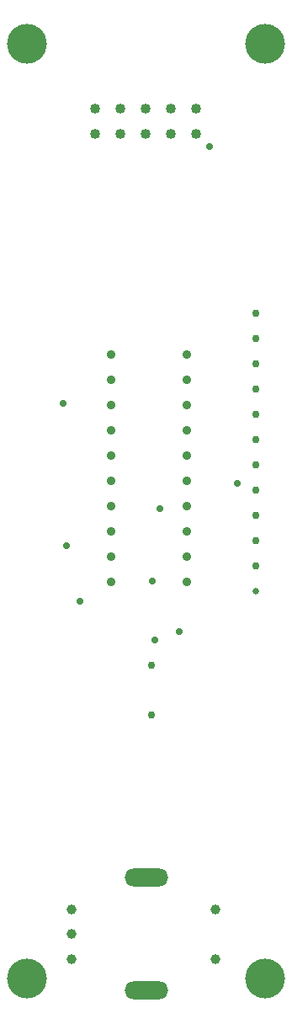
<source format=gbr>
%TF.GenerationSoftware,Altium Limited,Altium Designer,24.3.1 (35)*%
G04 Layer_Color=0*
%FSLAX45Y45*%
%MOMM*%
%TF.SameCoordinates,0FFCB549-CC09-4AA2-A398-349E3E2AD51F*%
%TF.FilePolarity,Positive*%
%TF.FileFunction,Plated,1,2,PTH,Drill*%
%TF.Part,Single*%
G01*
G75*
%TA.AperFunction,OtherDrill,Pad Free-20 (3mm,3mm)*%
%ADD41C,4.00000*%
%TA.AperFunction,OtherDrill,Pad Free-19 (27mm,3mm)*%
%ADD42C,4.00000*%
%TA.AperFunction,OtherDrill,Pad Free-18 (27mm,97mm)*%
%ADD43C,4.00000*%
%TA.AperFunction,OtherDrill,Pad Free-17 (3mm,97mm)*%
%ADD44C,4.00000*%
%TA.AperFunction,ComponentDrill*%
%ADD45C,1.02000*%
%ADD46C,0.76200*%
%ADD47C,0.63500*%
%ADD48C,0.90000*%
%ADD49C,0.75000*%
%ADD50O,4.40000X1.80000*%
%ADD51C,1.00000*%
%TA.AperFunction,ViaDrill,NotFilled*%
%ADD52C,0.71120*%
D41*
X300000Y300000D02*
D03*
D42*
X2700000D02*
D03*
D43*
Y9700002D02*
D03*
D44*
X300000D02*
D03*
D45*
X2000001Y9050001D02*
D03*
X1746001D02*
D03*
X1492001D02*
D03*
X1238001D02*
D03*
X984001D02*
D03*
X2000001Y8796001D02*
D03*
X1746001D02*
D03*
X1492001D02*
D03*
X1238001D02*
D03*
X984001D02*
D03*
D46*
X2600000Y5469998D02*
D03*
Y6993998D02*
D03*
Y6739998D02*
D03*
Y6485998D02*
D03*
Y6231998D02*
D03*
Y5977998D02*
D03*
Y5723998D02*
D03*
Y5215998D02*
D03*
Y4961998D02*
D03*
Y4707998D02*
D03*
Y4453998D02*
D03*
D47*
Y4199998D02*
D03*
D48*
X1150000Y6573999D02*
D03*
Y6319999D02*
D03*
Y6065999D02*
D03*
Y5811999D02*
D03*
Y5557999D02*
D03*
Y5303999D02*
D03*
Y5049999D02*
D03*
Y4795999D02*
D03*
Y4541999D02*
D03*
Y4287999D02*
D03*
X1912000Y6573999D02*
D03*
Y6319999D02*
D03*
Y6065999D02*
D03*
Y5811999D02*
D03*
Y5557999D02*
D03*
Y5303999D02*
D03*
Y5049999D02*
D03*
Y4795999D02*
D03*
Y4541999D02*
D03*
Y4287999D02*
D03*
D49*
X1550000Y2950003D02*
D03*
Y3450002D02*
D03*
D50*
X1500002Y1319998D02*
D03*
Y180001D02*
D03*
D51*
X750001Y999999D02*
D03*
Y750002D02*
D03*
Y500000D02*
D03*
X2200001Y999999D02*
D03*
Y500000D02*
D03*
D52*
X700000Y4650000D02*
D03*
X662498Y6086496D02*
D03*
X1588760Y3707380D02*
D03*
X1560820Y4301740D02*
D03*
X1642100Y5023100D02*
D03*
X837499Y4099002D02*
D03*
X1835140Y3786120D02*
D03*
X2416800Y5279640D02*
D03*
X2139940Y8662920D02*
D03*
%TF.MD5,1fc954be333a5f34bc509b3de2cfe592*%
M02*

</source>
